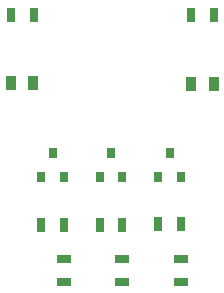
<source format=gbp>
G04*
G04 #@! TF.GenerationSoftware,Altium Limited,Altium Designer,19.0.12 (326)*
G04*
G04 Layer_Color=128*
%FSLAX24Y24*%
%MOIN*%
G70*
G01*
G75*
%ADD24R,0.0512X0.0276*%
%ADD30R,0.0276X0.0512*%
%ADD37R,0.0354X0.0512*%
%ADD105R,0.0315X0.0354*%
D24*
X46181Y39843D02*
D03*
Y39094D02*
D03*
X42283Y39843D02*
D03*
Y39094D02*
D03*
X44232Y39843D02*
D03*
Y39094D02*
D03*
D30*
X41280Y47992D02*
D03*
X40532D02*
D03*
X46535D02*
D03*
X47283D02*
D03*
X42283Y40978D02*
D03*
X41535D02*
D03*
X44232D02*
D03*
X43484D02*
D03*
X46181Y41024D02*
D03*
X45433D02*
D03*
D37*
X41260Y45709D02*
D03*
X40512D02*
D03*
X46535Y45703D02*
D03*
X47283D02*
D03*
D105*
X41535Y42598D02*
D03*
X42283D02*
D03*
X41909Y43386D02*
D03*
X43484Y42598D02*
D03*
X44232D02*
D03*
X43858Y43386D02*
D03*
X45433Y42598D02*
D03*
X46181D02*
D03*
X45807Y43386D02*
D03*
M02*

</source>
